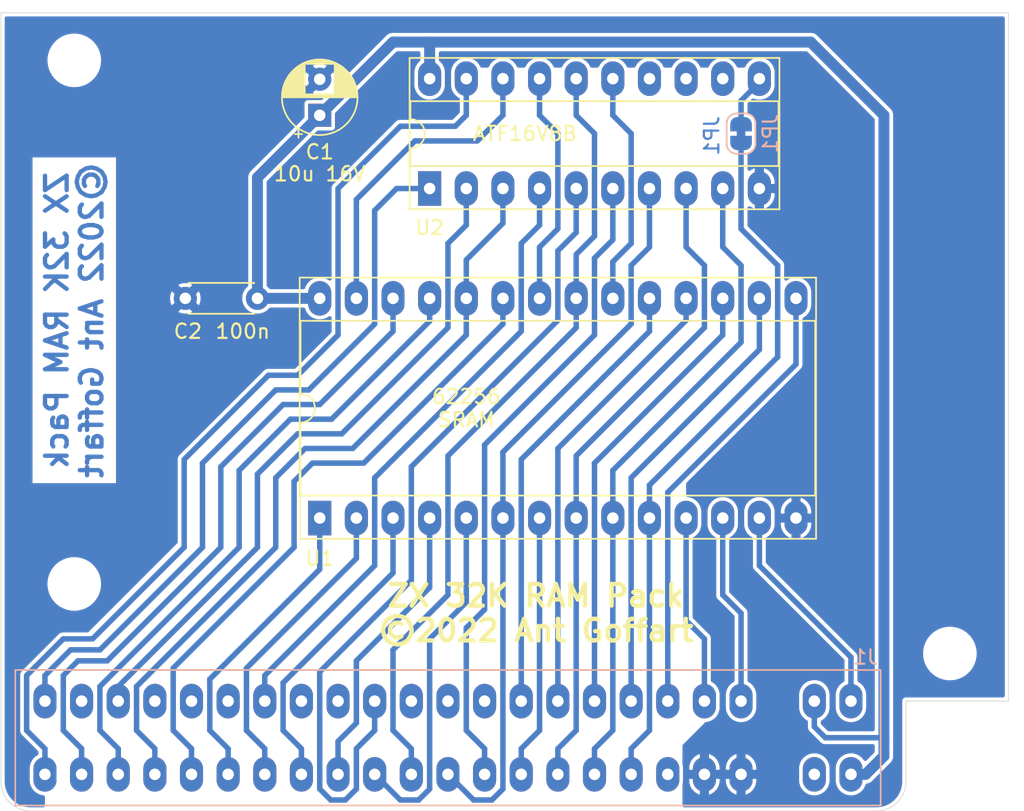
<source format=kicad_pcb>
(kicad_pcb (version 20211014) (generator pcbnew)
  (title_block (title "ZX RAM Pack V2") (date "2022-03-21") (rev "2b"))
  (layers (0 "F.Cu" signal) (31 "B.Cu" signal) (34 "B.Paste" user) (35 "F.Paste" user) (36 "B.SilkS" user "B.Silkscreen") (37 "F.SilkS" user "F.Silkscreen") (38 "B.Mask" user) (39 "F.Mask" user) (44 "Edge.Cuts" user))
  (net 0 "")
  (net 1 "GND")
  (net 2 "+5V")
  (net 3 "/~{WR}")
  (net 4 "/D2")
  (net 5 "/A13")
  (net 6 "/D1")
  (net 7 "/A8")
  (net 8 "/D0")
  (net 9 "/A9")
  (net 10 "/A0")
  (net 11 "/A11")
  (net 12 "/A1")
  (net 13 "/A2")
  (net 14 "/A10")
  (net 15 "/A3")
  (net 16 "/~{CS}")
  (net 17 "/A4")
  (net 18 "/D7")
  (net 19 "/A5")
  (net 20 "/D6")
  (net 21 "/A6")
  (net 22 "/D5")
  (net 23 "/A7")
  (net 24 "/D4")
  (net 25 "/A12")
  (net 26 "/D3")
  (net 27 "/A14")
  (net 28 "/~{MREQ}")
  (net 37 "/A15")
  (net 40 "/~{RESET}")
  (net 41 "/~{ROMCS}")
  (net 43 "unconnected-(U2-Pad12)")
  (net 45 "/~{OE}")
  (net 46 "/~{WE}")
  (net 48 "/~{RFSH}")
  (net 49 "/A0H")
  (footprint "Capacitor_THT:C_Disc_D4.3mm_W1.9mm_P5.00mm" (layer "F.Cu") (at 119.38 91.44 180)
    (fp_text reference "C2" (at 4.826 -2.286) (layer "F.SilkS"))
    (fp_text value "100n")
    (fp_line (start 4.77 1.055) (end 4.77 1.07) (layer "F.SilkS") (width 0.12))
    (fp_line (start 0.23 -1.07) (end 4.77 -1.07) (layer "F.SilkS") (width 0.12))
    (fp_line (start 0.23 1.07) (end 4.77 1.07) (layer "F.SilkS") (width 0.12))
    (fp_line (start 0.23 -1.07) (end 0.23 -1.055) (layer "F.SilkS") (width 0.12))
    (fp_line (start 4.77 -1.07) (end 4.77 -1.055) (layer "F.SilkS") (width 0.12))
    (fp_line (start 0.23 1.055) (end 0.23 1.07) (layer "F.SilkS") (width 0.12))
    (pad "1" thru_hole circle (at 0 0 180) (size 1.6 1.6) (drill 0.8) (layers *.Cu *.Mask) (net 2 "+5V"))
    (pad "2" thru_hole circle (at 5 0 180) (size 1.6 1.6) (drill 0.8) (layers *.Cu *.Mask) (net 1 "GND"))
  )
  (footprint "MountingHole:MountingHole_3.2mm_M3" (layer "F.Cu") (at 106.68 111.252)
    (fp_text reference "H2" hide)
    (fp_text value "MountingHole")
    (pad "" np_thru_hole circle locked (at 0 0) (size 3.2 3.2) (drill 3.2) (layers *.Cu *.Mask))
  )
  (footprint "MountingHole:MountingHole_3.2mm_M3" (layer "F.Cu") (at 167.386 116.078)
    (fp_text reference "H3" hide)
    (fp_text value "MountingHole")
    (pad "" np_thru_hole circle locked (at 0 0) (size 3.2 3.2) (drill 3.2) (layers *.Cu *.Mask))
  )
  (footprint "Capacitor_THT:CP_Radial_D5.0mm_P2.50mm" (layer "F.Cu") (at 123.698 78.74 90)
    (fp_text reference "C1" (at -2.54 0 180) (layer "F.SilkS"))
    (fp_text value "10u 16V")
    (fp_line (start 3.211 -1.699) (end 3.211 -1.04) (layer "F.SilkS") (width 0.12))
    (fp_line (start 2.851 -2.035) (end 2.851 -1.04) (layer "F.SilkS") (width 0.12))
    (fp_line (start 3.251 1.04) (end 3.251 1.653) (layer "F.SilkS") (width 0.12))
    (fp_line (start 2.931 1.04) (end 2.931 1.971) (layer "F.SilkS") (width 0.12))
    (fp_line (start 2.291 1.04) (end 2.291 2.365) (layer "F.SilkS") (width 0.12))
    (fp_line (start 1.41 -2.576) (end 1.41 2.576) (layer "F.SilkS") (width 0.12))
    (fp_line (start 3.011 -1.901) (end 3.011 -1.04) (layer "F.SilkS") (width 0.12))
    (fp_line (start 2.011 -2.468) (end 2.011 -1.04) (layer "F.SilkS") (width 0.12))
    (fp_line (start 2.411 -2.31) (end 2.411 -1.04) (layer "F.SilkS") (width 0.12))
    (fp_line (start 2.651 -2.175) (end 2.651 -1.04) (layer "F.SilkS") (width 0.12))
    (fp_line (start 2.731 1.04) (end 2.731 2.122) (layer "F.SilkS") (width 0.12))
    (fp_line (start 3.771 -0.677) (end 3.771 0.677) (layer "F.SilkS") (width 0.12))
    (fp_line (start 2.531 -2.247) (end 2.531 -1.04) (layer "F.SilkS") (width 0.12))
    (fp_line (start 2.771 1.04) (end 2.771 2.095) (layer "F.SilkS") (width 0.12))
    (fp_line (start 2.891 1.04) (end 2.891 2.004) (layer "F.SilkS") (width 0.12))
    (fp_line (start 2.251 1.04) (end 2.251 2.382) (layer "F.SilkS") (width 0.12))
    (fp_line (start 1.81 -2.52) (end 1.81 -1.04) (layer "F.SilkS") (width 0.12))
    (fp_line (start 1.81 1.04) (end 1.81 2.52) (layer "F.SilkS") (width 0.12))
    (fp_line (start 3.011 1.04) (end 3.011 1.901) (layer "F.SilkS") (width 0.12))
    (fp_line (start -1.554775 -1.475) (end -1.054775 -1.475) (layer "F.SilkS") (width 0.12))
    (fp_line (start 2.531 1.04) (end 2.531 2.247) (layer "F.SilkS") (width 0.12))
    (fp_line (start 2.451 1.04) (end 2.451 2.29) (layer "F.SilkS") (width 0.12))
    (fp_line (start 1.25 -2.58) (end 1.25 2.58) (layer "F.SilkS") (width 0.12))
    (fp_line (start 2.771 -2.095) (end 2.771 -1.04) (layer "F.SilkS") (width 0.12))
    (fp_line (start 3.131 -1.785) (end 3.131 -1.04) (layer "F.SilkS") (width 0.12))
    (fp_line (start 3.091 -1.826) (end 3.091 -1.04) (layer "F.SilkS") (width 0.12))
    (fp_line (start 3.251 -1.653) (end 3.251 -1.04) (layer "F.SilkS") (width 0.12))
    (fp_line (start 2.971 -1.937) (end 2.971 -1.04) (layer "F.SilkS") (width 0.12))
    (fp_line (start 3.371 1.04) (end 3.371 1.5) (layer "F.SilkS") (width 0.12))
    (fp_line (start 2.571 -2.224) (end 2.571 -1.04) (layer "F.SilkS") (width 0.12))
    (fp_line (start 3.491 1.04) (end 3.491 1.319) (layer "F.SilkS") (width 0.12))
    (fp_line (start 1.65 -2.55) (end 1.65 -1.04) (layer "F.SilkS") (width 0.12))
    (fp_line (start 1.73 1.04) (end 1.73 2.536) (layer "F.SilkS") (width 0.12))
    (fp_line (start 2.491 -2.268) (end 2.491 -1.04) (layer "F.SilkS") (width 0.12))
    (fp_line (start 2.331 1.04) (end 2.331 2.348) (layer "F.SilkS") (width 0.12))
    (fp_line (start 2.331 -2.348) (end 2.331 -1.04) (layer "F.SilkS") (width 0.12))
    (fp_line (start 3.451 -1.383) (end 3.451 -1.04) (layer "F.SilkS") (width 0.12))
    (fp_line (start 2.371 1.04) (end 2.371 2.329) (layer "F.SilkS") (width 0.12))
    (fp_line (start 1.65 1.04) (end 1.65 2.55) (layer "F.SilkS") (width 0.12))
    (fp_line (start 1.61 -2.556) (end 1.61 -1.04) (layer "F.SilkS") (width 0.12))
    (fp_line (start 2.851 1.04) (end 2.851 2.035) (layer "F.SilkS") (width 0.12))
    (fp_line (start 2.651 1.04) (end 2.651 2.175) (layer "F.SilkS") (width 0.12))
    (fp_line (start 1.77 1.04) (end 1.77 2.528) (layer "F.SilkS") (width 0.12))
    (fp_line (start 3.291 1.04) (end 3.291 1.605) (layer "F.SilkS") (width 0.12))
    (fp_line (start 1.73 -2.536) (end 1.73 -1.04) (layer "F.SilkS") (width 0.12))
    (fp_line (start 3.051 1.04) (end 3.051 1.864) (layer "F.SilkS") (width 0.12))
    (fp_line (start 2.091 1.04) (end 2.091 2.442) (layer "F.SilkS") (width 0.12))
    (fp_line (start 1.29 -2.58) (end 1.29 2.58) (layer "F.SilkS") (width 0.12))
    (fp_line (start 3.611 -1.098) (end 3.611 1.098) (layer "F.SilkS") (width 0.12))
    (fp_line (start 1.53 -2.565) (end 1.53 -1.04) (layer "F.SilkS") (width 0.12))
    (fp_line (start 2.811 -2.065) (end 2.811 -1.04) (layer "F.SilkS") (width 0.12))
    (fp_line (start 3.411 1.04) (end 3.411 1.443) (layer "F.SilkS") (width 0.12))
    (fp_line (start 2.251 -2.382) (end 2.251 -1.04) (layer "F.SilkS") (width 0.12))
    (fp_line (start 1.971 1.04) (end 1.971 2.48) (layer "F.SilkS") (width 0.12))
    (fp_line (start 3.531 1.04) (end 3.531 1.251) (layer "F.SilkS") (width 0.12))
    (fp_line (start 3.331 1.04) (end 3.331 1.554) (layer "F.SilkS") (width 0.12))
    (fp_line (start 2.891 -2.004) (end 2.891 -1.04) (layer "F.SilkS") (width 0.12))
    (fp_line (start 3.331 -1.554) (end 3.331 -1.04) (layer "F.SilkS") (width 0.12))
    (fp_line (start 2.051 -2.455) (end 2.051 -1.04) (layer "F.SilkS") (width 0.12))
    (fp_line (start 2.011 1.04) (end 2.011 2.468) (layer "F.SilkS") (width 0.12))
    (fp_line (start 1.89 -2.501) (end 1.89 -1.04) (layer "F.SilkS") (width 0.12))
    (fp_line (start 3.651 -1.011) (end 3.651 1.011) (layer "F.SilkS") (width 0.12))
    (fp_line (start 3.171 -1.743) (end 3.171 -1.04) (layer "F.SilkS") (width 0.12))
    (fp_line (start 1.49 -2.569) (end 1.49 -1.04) (layer "F.SilkS") (width 0.12))
    (fp_line (start 2.691 1.04) (end 2.691 2.149) (layer "F.SilkS") (width 0.12))
    (fp_line (start 2.691 -2.149) (end 2.691 -1.04) (layer "F.SilkS") (width 0.12))
    (fp_line (start -1.304775 -1.725) (end -1.304775 -1.225) (layer "F.SilkS") (width 0.12))
    (fp_line (start 3.131 1.04) (end 3.131 1.785) (layer "F.SilkS") (width 0.12))
    (fp_line (start 2.571 1.04) (end 2.571 2.224) (layer "F.SilkS") (width 0.12))
    (fp_line (start 1.69 1.04) (end 1.69 2.543) (layer "F.SilkS") (width 0.12))
    (fp_line (start 1.61 1.04) (end 1.61 2.556) (layer "F.SilkS") (width 0.12))
    (fp_line (start 1.85 -2.511) (end 1.85 -1.04) (layer "F.SilkS") (width 0.12))
    (fp_line (start 2.211 -2.398) (end 2.211 -1.04) (layer "F.SilkS") (width 0.12))
    (fp_line (start 3.571 -1.178) (end 3.571 1.178) (layer "F.SilkS") (width 0.12))
    (fp_line (start 3.811 -0.518) (end 3.811 0.518) (layer "F.SilkS") (width 0.12))
    (fp_line (start 3.411 -1.443) (end 3.411 -1.04) (layer "F.SilkS") (width 0.12))
    (fp_line (start 2.131 1.04) (end 2.131 2.428) (layer "F.SilkS") (width 0.12))
    (fp_line (start 1.49 1.04) (end 1.49 2.569) (layer "F.SilkS") (width 0.12))
    (fp_line (start 2.291 -2.365) (end 2.291 -1.04) (layer "F.SilkS") (width 0.12))
    (fp_line (start 3.451 1.04) (end 3.451 1.383) (layer "F.SilkS") (width 0.12))
    (fp_line (start 2.131 -2.428) (end 2.131 -1.04) (layer "F.SilkS") (width 0.12))
    (fp_line (start 1.77 -2.528) (end 1.77 -1.04) (layer "F.SilkS") (width 0.12))
    (fp_line (start 2.451 -2.29) (end 2.451 -1.04) (layer "F.SilkS") (width 0.12))
    (fp_line (start 2.731 -2.122) (end 2.731 -1.04) (layer "F.SilkS") (width 0.12))
    (fp_line (start 3.091 1.04) (end 3.091 1.826) (layer "F.SilkS") (width 0.12))
    (fp_line (start 2.411 1.04) (end 2.411 2.31) (layer "F.SilkS") (width 0.12))
    (fp_line (start 1.89 1.04) (end 1.89 2.501) (layer "F.SilkS") (width 0.12))
    (fp_line (start 2.211 1.04) (end 2.211 2.398) (layer "F.SilkS") (width 0.12))
    (fp_line (start 3.731 -0.805) (end 3.731 0.805) (layer "F.SilkS") (width 0.12))
    (fp_line (start 2.611 -2.2) (end 2.611 -1.04) (layer "F.SilkS") (width 0.12))
    (fp_line (start 2.611 1.04) (end 2.611 2.2) (layer "F.SilkS") (width 0.12))
    (fp_line (start 3.531 -1.251) (end 3.531 -1.04) (layer "F.SilkS") (width 0.12))
    (fp_line (start 2.491 1.04) (end 2.491 2.268) (layer "F.SilkS") (width 0.12))
    (fp_line (start 1.53 1.04) (end 1.53 2.565) (layer "F.SilkS") (width 0.12))
    (fp_line (start 2.371 -2.329) (end 2.371 -1.04) (layer "F.SilkS") (width 0.12))
    (fp_line (start 3.691 -0.915) (end 3.691 0.915) (layer "F.SilkS") (width 0.12))
    (fp_line (start 3.171 1.04) (end 3.171 1.743) (layer "F.SilkS") (width 0.12))
    (fp_line (start 1.93 -2.491) (end 1.93 -1.04) (layer "F.SilkS") (width 0.12))
    (fp_line (start 2.171 -2.414) (end 2.171 -1.04) (layer "F.SilkS") (width 0.12))
    (fp_line (start 3.491 -1.319) (end 3.491 -1.04) (layer "F.SilkS") (width 0.12))
    (fp_line (start 2.171 1.04) (end 2.171 2.414) (layer "F.SilkS") (width 0.12))
    (fp_line (start 3.211 1.04) (end 3.211 1.699) (layer "F.SilkS") (width 0.12))
    (fp_line (start 1.33 -2.579) (end 1.33 2.579) (layer "F.SilkS") (width 0.12))
    (fp_line (start 2.811 1.04) (end 2.811 2.065) (layer "F.SilkS") (width 0.12))
    (fp_line (start 1.971 -2.48) (end 1.971 -1.04) (layer "F.SilkS") (width 0.12))
    (fp_line (start 1.69 -2.543) (end 1.69 -1.04) (layer "F.SilkS") (width 0.12))
    (fp_line (start 2.051 1.04) (end 2.051 2.455) (layer "F.SilkS") (width 0.12))
    (fp_line (start 1.57 1.04) (end 1.57 2.561) (layer "F.SilkS") (width 0.12))
    (fp_line (start 2.091 -2.442) (end 2.091 -1.04) (layer "F.SilkS") (width 0.12))
    (fp_line (start 1.93 1.04) (end 1.93 2.491) (layer "F.SilkS") (width 0.12))
    (fp_line (start 3.851 -0.284) (end 3.851 0.284) (layer "F.SilkS") (width 0.12))
    (fp_line (start 3.291 -1.605) (end 3.291 -1.04) (layer "F.SilkS") (width 0.12))
    (fp_line (start 3.371 -1.5) (end 3.371 -1.04) (layer "F.SilkS") (width 0.12))
    (fp_line (start 2.971 1.04) (end 2.971 1.937) (layer "F.SilkS") (width 0.12))
    (fp_line (start 1.85 1.04) (end 1.85 2.511) (layer "F.SilkS") (width 0.12))
    (fp_line (start 1.57 -2.561) (end 1.57 -1.04) (layer "F.SilkS") (width 0.12))
    (fp_line (start 2.931 -1.971) (end 2.931 -1.04) (layer "F.SilkS") (width 0.12))
    (fp_line (start 1.45 -2.573) (end 1.45 2.573) (layer "F.SilkS") (width 0.12))
    (fp_line (start 3.051 -1.864) (end 3.051 -1.04) (layer "F.SilkS") (width 0.12))
    (fp_line (start 1.37 -2.578) (end 1.37 2.578) (layer "F.SilkS") (width 0.12))
    (fp_circle (center 1.25 0) (end 3.87 0) (layer "F.SilkS") (width 0.12) (fill none))
    (pad "1" thru_hole rect (at 0 0 90) (size 1.6 1.6) (drill 0.8) (layers *.Cu *.Mask) (net 2 "+5V"))
    (pad "2" thru_hole circle (at 2.5 0 90) (size 1.6 1.6) (drill 0.8) (layers *.Cu *.Mask) (net 1 "GND"))
  )
  (footprint "MountingHole:MountingHole_3.2mm_M3" (layer "F.Cu") (at 106.68 74.93)
    (fp_text reference "H1" hide)
    (fp_text value "MountingHole")
    (pad "" np_thru_hole circle locked (at 0 0) (size 3.2 3.2) (drill 3.2) (layers *.Cu *.Mask))
  )
  (footprint "Package_DIP:DIP-28_W15.24mm_Socket_LongPads" (layer "F.Cu") (at 123.698 106.68 90)
    (fp_text reference "U1" (at -2.794 0 180) (layer "F.SilkS"))
    (fp_text value "KM62256CLP")
    (fp_line (start 16.68 -1.39) (end -1.44 -1.39) (layer "F.SilkS") (width 0.12))
    (fp_line (start -1.44 -1.39) (end -1.44 34.41) (layer "F.SilkS") (width 0.12))
    (fp_line (start -1.44 34.41) (end 16.68 34.41) (layer "F.SilkS") (width 0.12))
    (fp_line (start 1.56 34.35) (end 13.68 34.35) (layer "F.SilkS") (width 0.12))
    (fp_line (start 1.56 -1.33) (end 1.56 34.35) (layer "F.SilkS") (width 0.12))
    (fp_line (start 13.68 -1.33) (end 8.62 -1.33) (layer "F.SilkS") (width 0.12))
    (fp_line (start 6.62 -1.33) (end 1.56 -1.33) (layer "F.SilkS") (width 0.12))
    (fp_line (start 16.68 34.41) (end 16.68 -1.39) (layer "F.SilkS") (width 0.12))
    (fp_line (start 13.68 34.35) (end 13.68 -1.33) (layer "F.SilkS") (width 0.12))
    (fp_arc (start 8.62 -1.33) (mid 7.62 -0.33) (end 6.62 -1.33) (layer "F.SilkS") (width 0.12))
    (pad "1" thru_hole rect (at 0 0 90) (size 2.4 1.6) (drill 0.8) (layers *.Cu *.Mask) (net 7 "/A8"))
    (pad "2" thru_hole oval (at 0 2.54 90) (size 2.4 1.6) (drill 0.8) (layers *.Cu *.Mask) (net 9 "/A9"))
    (pad "3" thru_hole oval (at 0 5.08 90) (size 2.4 1.6) (drill 0.8) (layers *.Cu *.Mask) (net 14 "/A10"))
    (pad "4" thru_hole oval (at 0 7.62 90) (size 2.4 1.6) (drill 0.8) (layers *.Cu *.Mask) (net 11 "/A11"))
    (pad "5" thru_hole oval (at 0 10.16 90) (size 2.4 1.6) (drill 0.8) (layers *.Cu *.Mask) (net 25 "/A12"))
    (pad "6" thru_hole oval (at 0 12.7 90) (size 2.4 1.6) (drill 0.8) (layers *.Cu *.Mask) (net 27 "/A14"))
    (pad "7" thru_hole oval (at 0 15.24 90) (size 2.4 1.6) (drill 0.8) (layers *.Cu *.Mask) (net 15 "/A3"))
    (pad "8" thru_hole oval (at 0 17.78 90) (size 2.4 1.6) (drill 0.8) (layers *.Cu *.Mask) (net 13 "/A2"))
    (pad "9" thru_hole oval (at 0 20.32 90) (size 2.4 1.6) (drill 0.8) (layers *.Cu *.Mask) (net 12 "/A1"))
    (pad "10" thru_hole oval (at 0 22.86 90) (size 2.4 1.6) (drill 0.8) (layers *.Cu *.Mask) (net 10 "/A0"))
    (pad "11" thru_hole oval (at 0 25.4 90) (size 2.4 1.6) (drill 0.8) (layers *.Cu *.Mask) (net 6 "/D1"))
    (pad "12" thru_hole oval (at 0 27.94 90) (size 2.4 1.6) (drill 0.8) (layers *.Cu *.Mask) (net 8 "/D0"))
    (pad "13" thru_hole oval (at 0 30.48 90) (size 2.4 1.6) (drill 0.8) (layers *.Cu *.Mask) (net 18 "/D7"))
    (pad "14" thru_hole oval (at 0 33.02 90) (size 2.4 1.6) (drill 0.8) (layers *.Cu *.Mask) (net 1 "GND"))
    (pad "15" thru_hole oval (at 15.24 33.02 90) (size 2.4 1.6) (drill 0.8) (layers *.Cu *.Mask) (net 4 "/D2"))
    (pad "16" thru_hole oval (at 15.24 30.48 90) (size 2.4 1.6) (drill 0.8) (layers *.Cu *.Mask) (net 20 "/D6"))
    (pad "17" thru_hole oval (at 15.24 27.94 90) (size 2.4 1.6) (drill 0.8) (layers *.Cu *.Mask) (net 22 "/D5"))
    (pad "18" thru_hole oval (at 15.24 25.4 90) (size 2.4 1.6) (drill 0.8) (layers *.Cu *.Mask) (net 26 "/D3"))
    (pad "19" thru_hole oval (at 15.24 22.86 90) (size 2.4 1.6) (drill 0.8) (layers *.Cu *.Mask) (net 24 "/D4"))
    (pad "20" thru_hole oval (at 15.24 20.32 90) (size 2.4 1.6) (drill 0.8) (layers *.Cu *.Mask) (net 16 "/~{CS}"))
    (pad "21" thru_hole oval (at 15.24 17.78 90) (size 2.4 1.6) (drill 0.8) (layers *.Cu *.Mask) (net 5 "/A13"))
    (pad "22" thru_hole oval (at 15.24 15.24 90) (size 2.4 1.6) (drill 0.8) (layers *.Cu *.Mask) (net 45 "/~{OE}"))
    (pad "23" thru_hole oval (at 15.24 12.7 90) (size 2.4 1.6) (drill 0.8) (layers *.Cu *.Mask) (net 23 "/A7"))
    (pad "24" thru_hole oval (at 15.24 10.16 90) (size 2.4 1.6) (drill 0.8) (layers *.Cu *.Mask) (net 21 "/A6"))
    (pad "25" thru_hole oval (at 15.24 7.62 90) (size 2.4 1.6) (drill 0.8) (layers *.Cu *.Mask) (net 19 "/A5"))
    (pad "26" thru_hole oval (at 15.24 5.08 90) (size 2.4 1.6) (drill 0.8) (layers *.Cu *.Mask) (net 17 "/A4"))
    (pad "27" thru_hole oval (at 15.24 2.54 90) (size 2.4 1.6) (drill 0.8) (layers *.Cu *.Mask) (net 46 "/~{WE}"))
    (pad "28" thru_hole oval (at 15.24 0 90) (size 2.4 1.6) (drill 0.8) (layers *.Cu *.Mask) (net 2 "+5V"))
  )
  (footprint "Package_DIP:DIP-20_W7.62mm_Socket_LongPads" (layer "F.Cu") (at 131.318 83.82 90)
    (fp_text reference "U2" (at -2.72 0 180) (layer "F.SilkS"))
    (fp_text value "ATF16V8B")
    (fp_line (start 2.81 -1.33) (end 1.56 -1.33) (layer "F.SilkS") (width 0.12))
    (fp_line (start 1.56 24.19) (end 6.06 24.19) (layer "F.SilkS") (width 0.12))
    (fp_line (start -1.44 -1.39) (end -1.44 24.25) (layer "F.SilkS") (width 0.12))
    (fp_line (start 9.06 24.25) (end 9.06 -1.39) (layer "F.SilkS") (width 0.12))
    (fp_line (start -1.44 24.25) (end 9.06 24.25) (layer "F.SilkS") (width 0.12))
    (fp_line (start 1.56 -1.33) (end 1.56 24.19) (layer "F.SilkS") (width 0.12))
    (fp_line (start 6.06 -1.33) (end 4.81 -1.33) (layer "F.SilkS") (width 0.12))
    (fp_line (start 6.06 24.19) (end 6.06 -1.33) (layer "F.SilkS") (width 0.12))
    (fp_line (start 9.06 -1.39) (end -1.44 -1.39) (layer "F.SilkS") (width 0.12))
    (fp_arc (start 4.81 -1.33) (mid 3.81 -0.33) (end 2.81 -1.33) (layer "F.SilkS") (width 0.12))
    (pad "1" thru_hole rect (at 0 0 90) (size 2.4 1.6) (drill 0.8) (layers *.Cu *.Mask) (net 48 "/~{RFSH}"))
    (pad "2" thru_hole oval (at 0 2.54 90) (size 2.4 1.6) (drill 0.8) (layers *.Cu *.Mask) (net 40 "/~{RESET}"))
    (pad "3" thru_hole oval (at 0 5.08 90) (size 2.4 1.6) (drill 0.8) (layers *.Cu *.Mask) (net 21 "/A6"))
    (pad "4" thru_hole oval (at 0 7.62 90) (size 2.4 1.6) (drill 0.8) (layers *.Cu *.Mask) (net 3 "/~{WR}"))
    (pad "5" thru_hole oval (at 0 10.16 90) (size 2.4 1.6) (drill 0.8) (layers *.Cu *.Mask) (net 28 "/~{MREQ}"))
    (pad "6" thru_hole oval (at 0 12.7 90) (size 2.4 1.6) (drill 0.8) (layers *.Cu *.Mask) (net 37 "/A15"))
    (pad "7" thru_hole oval (at 0 15.24 90) (size 2.4 1.6) (drill 0.8) (layers *.Cu *.Mask) (net 27 "/A14"))
    (pad "8" thru_hole oval (at 0 17.78 90) (size 2.4 1.6) (drill 0.8) (layers *.Cu *.Mask) (net 13 "/A2"))
    (pad "9" thru_hole oval (at 0 20.32 90) (size 2.4 1.6) (drill 0.8) (layers *.Cu *.Mask) (net 12 "/A1"))
    (pad "10" thru_hole oval (at 0 22.86 90) (size 2.4 1.6) (drill 0.8) (layers *.Cu *.Mask) (net 1 "GND"))
    (pad "11" thru_hole oval (at 7.62 22.86 90) (size 2.4 1.6) (drill 0.8) (layers *.Cu *.Mask) (net 49 "/A0H"))
    (pad "12" thru_hole oval (at 7.62 20.32 90) (size 2.4 1.6) (drill 0.8) (layers *.Cu *.Mask) (net 43 "unconnected-(U2-Pad12)"))
    (pad "13" thru_hole oval (at 7.62 17.78 90) (size 2.4 1.6) (drill 0.8) (layers *.Cu *.Mask))
    (pad "14" thru_hole oval (at 7.62 15.24 90) (size 2.4 1.6) (drill 0.8) (layers *.Cu *.Mask))
    (pad "15" thru_hole oval (at 7.62 12.7 90) (size 2.4 1.6) (drill 0.8) (layers *.Cu *.Mask) (net 16 "/~{CS}"))
    (pad "16" thru_hole oval (at 7.62 10.16 90) (size 2.4 1.6) (drill 0.8) (layers *.Cu *.Mask) (net 5 "/A13"))
    (pad "17" thru_hole oval (at 7.62 7.62 90) (size 2.4 1.6) (drill 0.8) (layers *.Cu *.Mask) (net 45 "/~{OE}"))
    (pad "18" thru_hole oval (at 7.62 5.08 90) (size 2.4 1.6) (drill 0.8) (layers *.Cu *.Mask) (net 46 "/~{WE}"))
    (pad "19" thru_hole oval (at 7.62 2.54 90) (size 2.4 1.6) (drill 0.8) (layers *.Cu *.Mask) (net 41 "/~{ROMCS}"))
    (pad "20" thru_hole oval (at 7.62 0 90) (size 2.4 1.6) (drill 0.8) (layers *.Cu *.Mask) (net 2 "+5V"))
  )
  (footprint "AmberTronic:Connector_ZX80_ZX80_Card_Edge_2x24" (layer "B.Cu") (at 132.588 121.92 180)
    (fp_text reference "J1" (at -28.956 5.588 180) (layer "B.SilkS") (effects (justify mirror)))
    (fp_text value "Conn_02x23_Row_Letter_First")
    (fp_line (start 30 -4.7) (end 30 4.7) (layer "B.SilkS") (width 0.12))
    (fp_line (start 30 4.7) (end -30 4.7) (layer "B.SilkS") (width 0.12))
    (fp_line (start -30 4.7) (end -30 -4.7) (layer "B.SilkS") (width 0.12))
    (fp_line (start -30 -4.7) (end 30 -4.7) (layer "B.SilkS") (width 0.12))
    (pad "a1" thru_hole oval locked (at -27.94 2.54 180) (size 1.6 2.4) (drill 0.8) (layers *.Cu *.Mask) (net 18 "/D7"))
    (pad "a2" thru_hole oval locked (at -25.4 2.54 180) (size 1.6 2.4) (drill 0.8) (layers *.Cu *.Mask) (net 2 "+5V"))
    (pad "a4" thru_hole oval locked (at -20.32 2.54 180) (size 1.6 2.4) (drill 0.8) (layers *.Cu *.Mask) (net 8 "/D0"))
    (pad "a5" thru_hole oval locked (at -17.78 2.54 180) (size 1.6 2.4) (drill 0.8) (layers *.Cu *.Mask) (net 6 "/D1"))
    (pad "a6" thru_hole oval locked (at -15.24 2.54 180) (size 1.6 2.4) (drill 0.8) (layers *.Cu *.Mask) (net 4 "/D2"))
    (pad "a7" thru_hole oval locked (at -12.7 2.54 180) (size 1.6 2.4) (drill 0.8) (layers *.Cu *.Mask) (net 20 "/D6"))
    (pad "a8" thru_hole oval locked (at -10.16 2.54 180) (size 1.6 2.4) (drill 0.8) (layers *.Cu *.Mask) (net 22 "/D5"))
    (pad "a9" thru_hole oval locked (at -7.62 2.54 180) (size 1.6 2.4) (drill 0.8) (layers *.Cu *.Mask) (net 26 "/D3"))
    (pad "a10" thru_hole oval locked (at -5.08 2.54 180) (size 1.6 2.4) (drill 0.8) (layers *.Cu *.Mask) (net 24 "/D4"))
    (pad "a11" thru_hole oval locked (at -2.54 2.54 180) (size 1.6 2.4) (drill 0.8) (layers *.Cu *.Mask))
    (pad "a12" thru_hole oval locked (at 0 2.54 180) (size 1.6 2.4) (drill 0.8) (layers *.Cu *.Mask))
    (pad "a13" thru_hole oval locked (at 2.54 2.54 180) (size 1.6 2.4) (drill 0.8) (layers *.Cu *.Mask))
    (pad "a14" thru_hole oval locked (at 5.08 2.54 180) (size 1.6 2.4) (drill 0.8) (layers *.Cu *.Mask) (net 28 "/~{MREQ}"))
    (pad "a15" thru_hole oval locked (at 7.62 2.54 180) (size 1.6 2.4) (drill 0.8) (layers *.Cu *.Mask))
    (pad "a16" thru_hole oval locked (at 10.16 2.54 180) (size 1.6 2.4) (drill 0.8) (layers *.Cu *.Mask))
    (pad "a17" thru_hole oval locked (at 12.7 2.54 180) (size 1.6 2.4) (drill 0.8) (layers *.Cu *.Mask) (net 3 "/~{WR}"))
    (pad "a18" thru_hole oval locked (at 15.24 2.54 180) (size 1.6 2.4) (drill 0.8) (layers *.Cu *.Mask))
    (pad "a19" thru_hole oval locked (at 17.78 2.54 180) (size 1.6 2.4) (drill 0.8) (layers *.Cu *.Mask))
    (pad "a20" thru_hole oval locked (at 20.32 2.54 180) (size 1.6 2.4) (drill 0.8) (layers *.Cu *.Mask))
    (pad "a21" thru_hole oval locked (at 22.86 2.54 180) (size 1.6 2.4) (drill 0.8) (layers *.Cu *.Mask) (net 40 "/~{RESET}"))
    (pad "a22" thru_hole oval locked (at 25.4 2.54 180) (size 1.6 2.4) (drill 0.8) (layers *.Cu *.Mask))
    (pad "a23" thru_hole oval locked (at 27.94 2.54 180) (size 1.6 2.4) (drill 0.8) (layers *.Cu *.Mask) (net 48 "/~{RFSH}"))
    (pad "b1" thru_hole oval locked (at -27.94 -2.54 180) (size 1.6 2.4) (drill 0.8) (layers *.Cu *.Mask) (net 2 "+5V"))
    (pad "b2" thru_hole oval locked (at -25.4 -2.54 180) (size 1.6 2.4) (drill 0.8) (layers *.Cu *.Mask))
    (pad "b4" thru_hole oval locked (at -20.32 -2.54 180) (size 1.6 2.4) (drill 0.8) (layers *.Cu *.Mask) (net 1 "GND"))
    (pad "b5" thru_hole oval locked (at -17.78 -2.54 180) (size 1.6 2.4) (drill 0.8) (layers *.Cu *.Mask) (net 1 "GND"))
    (pad "b6" thru_hole oval locked (at -15.24 -2.54 180) (size 1.6 2.4) (drill 0.8) (layers *.Cu *.Mask))
    (pad "b7" thru_hole oval locked (at -12.7 -2.54 180) (size 1.6 2.4) (drill 0.8) (layers *.Cu *.Mask) (net 10 "/A0"))
    (pad "b8" thru_hole oval locked (at -10.16 -2.54 180) (size 1.6 2.4) (drill 0.8) (layers *.Cu *.Mask) (net 12 "/A1"))
    (pad "b9" thru_hole oval locked (at -7.62 -2.54 180) (size 1.6 2.4) (drill 0.8) (layers *.Cu *.Mask) (net 13 "/A2"))
    (pad "b10" thru_hole oval locked (at -5.08 -2.54 180) (size 1.6 2.4) (drill 0.8) (layers *.Cu *.Mask) (net 15 "/A3"))
    (pad "b11" thru_hole oval locked (at -2.54 -2.54 180) (size 1.6 2.4) (drill 0.8) (layers *.Cu *.Mask) (net 37 "/A15"))
    (pad "b12" thru_hole oval locked (at 0 -2.54 180) (size 1.6 2.4) (drill 0.8) (layers *.Cu *.Mask) (net 27 "/A14"))
    (pad "b13" thru_hole oval locked (at 2.54 -2.54 180) (size 1.6 2.4) (drill 0.8) (layers *.Cu *.Mask) (net 5 "/A13"))
    (pad "b14" thru_hole oval locked (at 5.08 -2.54 180) (size 1.6 2.4) (drill 0.8) (layers *.Cu *.Mask) (net 25 "/A12"))
    (pad "b15" thru_hole oval locked (at 7.62 -2.54 180) (size 1.6 2.4) (drill 0.8) (layers *.Cu *.Mask) (net 11 "/A11"))
    (pad "b16" thru_hole oval locked (at 10.16 -2.54 180) (size 1.6 2.4) (drill 0.8) (layers *.Cu *.Mask) (net 14 "/A10"))
    (pad "b17" thru_hole oval locked (at 12.7 -2.54 180) (size 1.6 2.4) (drill 0.8) (layers *.Cu *.Mask) (net 9 "/A9"))
    (pad "b18" thru_hole oval locked (at 15.24 -2.54 180) (size 1.6 2.4) (drill 0.8) (layers *.Cu *.Mask) (net 7 "/A8"))
    (pad "b19" thru_hole oval locked (at 17.78 -2.54 180) (size 1.6 2.4) (drill 0.8) (layers *.Cu *.Mask) (net 23 "/A7"))
    (pad "b20" thru_hole oval locked (at 20.32 -2.54 180) (size 1.6 2.4) (drill 0.8) (layers *.Cu *.Mask) (net 21 "/A6"))
    (pad "b21" thru_hole oval locked (at 22.86 -2.54 180) (size 1.6 2.4) (drill 0.8) (layers *.Cu *.Mask) (net 19 "/A5"))
    (pad "b22" thru_hole oval locked (at 25.4 -2.54 180) (size 1.6 2.4) (drill 0.8) (layers *.Cu *.Mask) (net 17 "/A4"))
    (pad "b23" thru_hole oval locked (at 27.94 -2.54 180) (size 1.6 2.4) (drill 0.8) (layers *.Cu *.Mask) (net 41 "/~{ROMCS}"))
  )
  (footprint "Jumper:SolderJumper-2_P1.3mm_Bridged_RoundedPad1.0x1.5mm" (layer "B.Cu") (at 152.908 80.01 90)
    (fp_text reference "JP1" (at 0 2.032 270) (layer "B.SilkS") (effects (justify mirror)))
    (fp_text value "SolderJumper_2_Bridged")
    (fp_poly (pts (xy 0.25 0.3) (xy -0.25 0.3) (xy -0.25 -0.3) (xy 0.25 -0.3)) (layer "B.Cu") (width 0) (fill solid))
    (fp_line (start 1.4 0.3) (end 1.4 -0.3) (layer "B.SilkS") (width 0.12))
    (fp_line (start 0.7 -1) (end -0.7 -1) (layer "B.SilkS") (width 0.12))
    (fp_line (start -0.7 1) (end 0.7 1) (layer "B.SilkS") (width 0.12))
    (fp_line (start -1.4 -0.3) (end -1.4 0.3) (layer "B.SilkS") (width 0.12))
    (fp_arc (start 0.7 -1) (mid 1.194975 -0.794975) (end 1.4 -0.3) (layer "B.SilkS") (width 0.12))
    (fp_arc (start 1.4 0.3) (mid 1.194975 0.794975) (end 0.7 1) (layer "B.SilkS") (width 0.12))
    (fp_arc (start -1.4 -0.3) (mid -1.194975 -0.794975) (end -0.7 -1) (layer "B.SilkS") (width 0.12))
    (fp_arc (start -0.7 1) (mid -1.194975 0.794975) (end -1.4 0.3) (layer "B.SilkS") (width 0.12))
    (pad "1" smd custom (at -0.65 0 90) (size 1 0.5) (layers "B.Cu" "B.Mask") (net 10 "/A0") (options (clearance outline) (anchor rect)) (primitives (gr_circle (center 0 -0.25) (end 0.5 -0.25) (width 0) (fill yes)) (gr_circle (center 0 0.25) (end 0.5 0.25) (width 0) (fill yes)) (gr_poly (pts (xy 0.5 -0.75) (xy 0 -0.75) (xy 0 0.75) (xy 0.5 0.75)) (width 0) (fill yes))))
    (pad "2" smd custom (at 0.65 0 90) (size 1 0.5) (layers "B.Cu" "B.Mask") (net 49 "/A0H") (options (clearance outline) (anchor rect)) (primitives (gr_circle (center 0 -0.25) (end 0.5 -0.25) (width 0) (fill yes)) (gr_circle (center 0 0.25) (end 0.5 0.25) (width 0) (fill yes)) (gr_poly (pts (xy 0 -0.75) (xy -0.5 -0.75) (xy -0.5 0.75) (xy 0 0.75)) (width 0) (fill yes))))
  )
  (gr_line (start 101.6 124.968) (end 101.6 71.628) (layer "Edge.Cuts") (width 0.05))
  (gr_line (start 101.6 71.628) (end 171.45 71.628) (layer "Edge.Cuts") (width 0.05))
  (gr_arc (start 103.632 127) (mid 102.195159 126.404841) (end 101.6 124.968) (layer "Edge.Cuts") (width 0.05))
  (gr_line (start 162.306 127) (end 103.632 127) (layer "Edge.Cuts") (width 0.05))
  (gr_line (start 171.45 71.628) (end 171.45 119.38) (layer "Edge.Cuts") (width 0.05))
  (gr_arc (start 164.338 124.968) (mid 163.742841 126.404841) (end 162.306 127) (layer "Edge.Cuts") (width 0.05))
  (gr_line (start 171.45 119.38) (end 164.338 119.38) (layer "Edge.Cuts") (width 0.05))
  (gr_line (start 164.338 119.38) (end 164.338 124.968) (layer "Edge.Cuts") (width 0.05))
  (gr_text "JP1" (at 150.876 80.16 90) (layer "B.Cu") (effects (font (size 1 1)) (justify mirror)))
  (gr_text "ZX 32K RAM Pack\n©2022 Ant Goffart" (at 106.68 92.964 90) (layer "B.Cu") (effects (font (size 1.5 1.5) (thickness 0.3)) (justify mirror)))
  (gr_text "ATF16V8B" (at 137.922 80.01) (layer "F.SilkS") (effects (font (size 1 1))))
  (gr_text "ZX 32K RAM Pack\n©2022 Ant Goffart" (at 138.684 113.284) (layer "F.SilkS") (effects (font (size 1.5 1.5) (thickness 0.3))))
  (gr_text "100n" (at 118.364 93.726) (layer "F.SilkS") (effects (font (size 1 1))))
  (gr_text "62256\nSRAM" (at 133.858 99.06) (layer "F.SilkS") (effects (font (size 1 1))))
  (gr_text "10u 16V" (at 123.698 82.804) (layer "F.SilkS") (effects (font (size 1 1))))
  (segment (start 123.698 78.74) (end 128.778 73.66) (width 0.762) (layer "B.Cu") (net 2))
  (segment (start 158.75 121.92) (end 162.814 121.92) (width 0.381) (layer "B.Cu") (net 2))
  (segment (start 162.814 123.19) (end 162.814 121.92) (width 0.762) (layer "B.Cu") (net 2))
  (segment (start 157.988 119.38) (end 157.988 121.158) (width 0.381) (layer "B.Cu") (net 2))
  (segment (start 128.778 73.66) (end 157.734 73.66) (width 0.762) (layer "B.Cu") (net 2))
  (segment (start 131.318 76.274) (end 131.318 73.66) (width 0.762) (layer "B.Cu") (net 2))
  (segment (start 123.698 78.74) (end 119.38 83.058) (width 0.762) (layer "B.Cu") (net 2))
  (segment (start 157.734 73.66) (end 162.814 78.74) (width 0.762) (layer "B.Cu") (net 2))
  (segment (start 157.988 121.158) (end 158.75 121.92) (width 0.381) (layer "B.Cu") (net 2))
  (segment (start 119.38 91.44) (end 123.698 91.44) (width 0.762) (layer "B.Cu") (net 2))
  (segment (start 161.544 124.46) (end 162.814 123.19) (width 0.762) (layer "B.Cu") (net 2))
  (segment (start 160.528 124.46) (end 161.544 124.46) (width 0.762) (layer "B.Cu") (net 2))
  (segment (start 119.38 83.058) (end 119.38 91.44) (width 0.762) (layer "B.Cu") (net 2))
  (segment (start 162.814 78.74) (end 162.814 121.92) (width 0.762) (layer "B.Cu") (net 2))
  (segment (start 119.888 117.602) (end 127.508 109.982) (width 0.381) (layer "B.Cu") (net 3))
  (segment (start 127.508 109.982) (end 127.508 103.886) (width 0.381) (layer "B.Cu") (net 3))
  (segment (start 119.888 119.38) (end 119.888 117.602) (width 0.381) (layer "B.Cu") (net 3))
  (segment (start 137.668 93.726) (end 137.668 87.63) (width 0.381) (layer "B.Cu") (net 3))
  (segment (start 127.508 103.886) (end 137.668 93.726) (width 0.381) (layer "B.Cu") (net 3))
  (segment (start 138.938 86.36) (end 138.938 83.894) (width 0.381) (layer "B.Cu") (net 3))
  (segment (start 137.668 87.63) (end 138.938 86.36) (width 0.381) (layer "B.Cu") (net 3))
  (segment (start 156.718 96.012) (end 156.718 91.44) (width 0.381) (layer "B.Cu") (net 4))
  (segment (start 147.828 119.38) (end 147.828 104.902) (width 0.381) (layer "B.Cu") (net 4))
  (segment (start 147.828 104.902) (end 156.718 96.012) (width 0.381) (layer "B.Cu") (net 4))
  (segment (start 130.048 122.682) (end 128.778 121.412) (width 0.381) (layer "B.Cu") (net 5))
  (segment (start 128.778 115.824) (end 132.588 112.014) (width 0.381) (layer "B.Cu") (net 5))
  (segment (start 141.478 88.392) (end 142.748 87.122) (width 0.381) (layer "B.Cu") (net 5))
  (segment (start 142.748 80.01) (end 141.478 78.74) (width 0.381) (layer "B.Cu") (net 5))
  (segment (start 132.588 112.014) (end 132.588 102.362) (width 0.381) (layer "B.Cu") (net 5))
  (segment (start 128.778 121.412) (end 128.778 115.824) (width 0.381) (layer "B.Cu") (net 5))
  (segment (start 141.478 78.74) (end 141.478 76.2) (width 0.381) (layer "B.Cu") (net 5))
  (segment (start 141.478 93.472) (end 141.478 91.44) (width 0.381) (layer "B.Cu") (net 5))
  (segment (start 132.588 102.362) (end 141.478 93.472) (width 0.381) (layer "B.Cu") (net 5))
  (segment (start 130.048 124.46) (end 130.048 122.682) (width 0.381) (layer "B.Cu") (net 5))
  (segment (start 141.478 91.44) (end 141.478 88.392) (width 0.381) (layer "B.Cu") (net 5))
  (segment (start 142.748 87.122) (end 142.748 80.01) (width 0.381) (layer "B.Cu") (net 5))
  (segment (start 150.368 119.38) (end 150.368 115.062) (width 0.381) (layer "B.Cu") (net 6))
  (segment (start 150.368 115.062) (end 149.098 113.792) (width 0.381) (layer "B.Cu") (net 6))
  (segment (start 149.098 113.792) (end 149.098 106.68) (width 0.381) (layer "B.Cu") (net 6))
  (segment (start 117.348 124.46) (end 117.348 122.682) (width 0.381) (layer "B.Cu") (net 7))
  (segment (start 123.698 110.236) (end 123.698 106.68) (width 0.381) (layer "B.Cu") (net 7))
  (segment (start 117.348 122.682) (end 116.078 121.412) (width 0.381) (layer "B.Cu") (net 7))
  (segment (start 116.078 117.856) (end 123.698 110.236) (width 0.381) (layer "B.Cu") (net 7))
  (segment (start 116.078 121.412) (end 116.078 117.856) (width 0.381) (layer "B.Cu") (net 7))
  (segment (start 151.638 112.014) (end 151.638 106.68) (width 0.381) (layer "B.Cu") (net 8))
  (segment (start 152.908 113.284) (end 151.638 112.014) (width 0.381) (layer "B.Cu") (net 8))
  (segment (start 152.908 119.38) (end 152.908 113.284) (width 0.381) (layer "B.Cu") (net 8))
  (segment (start 118.618 117.094) (end 126.238 109.474) (width 0.381) (layer "B.Cu") (net 9))
  (segment (start 118.618 121.412) (end 118.618 117.094) (width 0.381) (layer "B.Cu") (net 9))
  (segment (start 126.238 109.474) (end 126.238 106.68) (width 0.381) (layer "B.Cu") (net 9))
  (segment (start 119.888 124.46) (end 119.888 122.682) (width 0.381) (layer "B.Cu") (net 9))
  (segment (start 119.888 122.682) (end 118.618 121.412) (width 0.381) (layer "B.Cu") (net 9))
  (segment (start 152.908 86.614) (end 152.908 80.66) (width 0.381) (layer "B.Cu") (net 10))
  (segment (start 145.288 122.682) (end 146.558 121.412) (width 0.381) (layer "B.Cu") (net 10))
  (segment (start 146.558 106.68) (end 146.558 104.394) (width 0.381) (layer "B.Cu") (net 10))
  (segment (start 146.558 121.412) (end 146.558 106.68) (width 0.381) (layer "B.Cu") (net 10))
  (segment (start 155.448 95.504) (end 155.448 89.154) (width 0.381) (layer "B.Cu") (net 10))
  (segment (start 145.288 124.46) (end 145.288 122.682) (width 0.381) (layer "B.Cu") (net 10))
  (segment (start 155.448 89.154) (end 152.908 86.614) (width 0.381) (layer "B.Cu") (net 10))
  (segment (start 146.558 104.394) (end 155.448 95.504) (width 0.381) (layer "B.Cu") (net 10))
  (segment (start 124.968 122.174) (end 126.238 120.904) (width 0.381) (layer "B.Cu") (net 11))
  (segment (start 126.238 116.586) (end 131.318 111.506) (width 0.381) (layer "B.Cu") (net 11))
  (segment (start 124.968 124.46) (end 124.968 122.174) (width 0.381) (layer "B.Cu") (net 11))
  (segment (start 126.238 120.904) (end 126.238 116.586) (width 0.381) (layer "B.Cu") (net 11))
  (segment (start 131.318 111.506) (end 131.318 106.68) (width 0.381) (layer "B.Cu") (net 11))
  (segment (start 152.908 94.488) (end 152.908 89.154) (width 0.381) (layer "B.Cu") (net 12))
  (segment (start 152.908 89.154) (end 151.638 87.884) (width 0.381) (layer "B.Cu") (net 12))
  (segment (start 142.748 122.682) (end 144.018 121.412) (width 0.381) (layer "B.Cu") (net 12))
  (segment (start 142.748 124.46) (end 142.748 122.682) (width 0.381) (layer "B.Cu") (net 12))
  (segment (start 144.018 103.378) (end 152.908 94.488) (width 0.381) (layer "B.Cu") (net 12))
  (segment (start 144.018 121.412) (end 144.018 106.68) (width 0.381) (layer "B.Cu") (net 12))
  (segment (start 151.638 87.884) (end 151.638 83.82) (width 0.381) (layer "B.Cu") (net 12))
  (segment (start 144.018 106.68) (end 144.018 103.378) (width 0.381) (layer "B.Cu") (net 12))
  (segment (start 149.098 87.884) (end 149.098 83.82) (width 0.381) (layer "B.Cu") (net 13))
  (segment (start 140.208 124.46) (end 140.208 122.682) (width 0.381) (layer "B.Cu") (net 13))
  (segment (start 150.368 93.472) (end 150.368 89.154) (width 0.381) (layer "B.Cu") (net 13))
  (segment (start 141.478 102.362) (end 150.368 93.472) (width 0.381) (layer "B.Cu") (net 13))
  (segment (start 141.478 106.68) (end 141.478 102.362) (width 0.381) (layer "B.Cu") (net 13))
  (segment (start 141.478 121.412) (end 141.478 106.68) (width 0.381) (layer "B.Cu") (net 13))
  (segment (start 140.208 122.682) (end 141.478 121.412) (width 0.381) (layer "B.Cu") (net 13))
  (segment (start 150.368 89.154) (end 149.098 87.884) (width 0.381) (layer "B.Cu") (net 13))
  (segment (start 122.428 124.46) (end 122.428 122.682) (width 0.381) (layer "B.Cu") (net 14))
  (segment (start 128.778 110.49) (end 128.778 106.68) (width 0.381) (layer "B.Cu") (net 14))
  (segment (start 121.158 118.11) (end 128.778 110.49) (width 0.381) (layer "B.Cu") (net 14))
  (segment (start 121.158 121.412) (end 121.158 118.11) (width 0.381) (layer "B.Cu") (net 14))
  (segment (start 122.428 122.682) (end 121.158 121.412) (width 0.381) (layer "B.Cu") (net 14))
  (segment (start 137.668 122.682) (end 138.938 121.412) (width 0.381) (layer "B.Cu") (net 15))
  (segment (start 137.668 124.46) (end 137.668 122.682) (width 0.381) (layer "B.Cu") (net 15))
  (segment (start 138.938 121.412) (end 138.938 106.68) (width 0.381) (layer "B.Cu") (net 15))
  (segment (start 145.288 87.63) (end 145.288 80.01) (width 0.381) (layer "B.Cu") (net 16))
  (segment (start 144.018 78.74) (end 144.018 76.2) (width 0.381) (layer "B.Cu") (net 16))
  (segment (start 144.018 88.9) (end 145.288 87.63) (width 0.381) (layer "B.Cu") (net 16))
  (segment (start 145.288 80.01) (end 144.018 78.74) (width 0.381) (layer "B.Cu") (net 16))
  (segment (start 144.018 91.44) (end 144.018 88.9) (width 0.381) (layer "B.Cu") (net 16))
  (segment (start 108.966 116.586) (end 116.84 108.712) (width 0.381) (layer "B.Cu") (net 17))
  (segment (start 116.84 108.712) (end 116.84 103.124) (width 0.381) (layer "B.Cu") (net 17))
  (segment (start 116.84 103.124) (end 121.158 98.806) (width 0.381) (layer "B.Cu") (net 17))
  (segment (start 107.188 122.682) (end 105.918 121.412) (width 0.381) (layer "B.Cu") (net 17))
  (segment (start 106.934 116.586) (end 108.966 116.586) (width 0.381) (layer "B.Cu") (net 17))
  (segment (start 123.698 98.806) (end 128.778 93.726) (width 0.381) (layer "B.Cu") (net 17))
  (segment (start 128.778 93.726) (end 128.778 91.44) (width 0.381) (layer "B.Cu") (net 17))
  (segment (start 105.918 117.602) (end 106.934 116.586) (width 0.381) (layer "B.Cu") (net 17))
  (segment (start 105.918 121.412) (end 105.918 117.602) (width 0.381) (layer "B.Cu") (net 17))
  (segment (start 107.188 124.46) (end 107.188 122.682) (width 0.381) (layer "B.Cu") (net 17))
  (segment (start 121.158 98.806) (end 123.698 98.806) (width 0.381) (layer "B.Cu") (net 17))
  (segment (start 154.178 109.982) (end 154.178 106.68) (width 0.381) (layer "B.Cu") (net 18))
  (segment (start 160.528 119.38) (end 160.528 116.332) (width 0.381) (layer "B.Cu") (net 18))
  (segment (start 160.528 116.332) (end 154.178 109.982) (width 0.381) (layer "B.Cu") (net 18))
  (segment (start 108.458 121.412) (end 108.458 118.364) (width 0.381) (layer "B.Cu") (net 19))
  (segment (start 121.666 99.822) (end 124.517 99.822) (width 0.381) (layer "B.Cu") (net 19))
  (segment (start 124.517 99.822) (end 131.318 93.021) (width 0.381) (layer "B.Cu") (net 19))
  (segment (start 131.318 93.021) (end 131.318 91.44) (width 0.381) (layer "B.Cu") (net 19))
  (segment (start 109.728 124.46) (end 109.728 122.682) (width 0.381) (layer "B.Cu") (net 19))
  (segment (start 109.728 122.682) (end 108.458 121.412) (width 0.381) (layer "B.Cu") (net 19))
  (segment (start 118.11 103.378) (end 121.666 99.822) (width 0.381) (layer "B.Cu") (net 19))
  (segment (start 118.11 108.712) (end 118.11 103.378) (width 0.381) (layer "B.Cu") (net 19))
  (segment (start 108.458 118.364) (end 118.11 108.712) (width 0.381) (layer "B.Cu") (net 19))
  (segment (start 145.288 119.38) (end 145.288 103.886) (width 0.381) (layer "B.Cu") (net 20))
  (segment (start 145.288 103.886) (end 154.178 94.996) (width 0.381) (layer "B.Cu") (net 20))
  (segment (start 154.178 94.996) (end 154.178 91.44) (width 0.381) (layer "B.Cu") (net 20))
  (segment (start 112.268 124.46) (end 112.268 122.682) (width 0.381) (layer "B.Cu") (net 21))
  (segment (start 125.984 101.854) (end 133.858 93.98) (width 0.381) (layer "B.Cu") (net 21))
  (segment (start 133.858 88.773) (end 136.398 86.233) (width 0.381) (layer "B.Cu") (net 21))
  (segment (start 136.398 86.233) (end 136.398 83.82) (width 0.381) (layer "B.Cu") (net 21))
  (segment (start 122.682 101.854) (end 125.984 101.854) (width 0.381) (layer "B.Cu") (net 21))
  (segment (start 120.65 108.712) (end 120.65 103.886) (width 0.381) (layer "B.Cu") (net 21))
  (segment (start 133.858 91.44) (end 133.858 88.773) (width 0.381) (layer "B.Cu") (net 21))
  (segment (start 120.65 103.886) (end 122.682 101.854) (width 0.381) (layer "B.Cu") (net 21))
  (segment (start 112.268 122.682) (end 110.998 121.412) (width 0.381) (layer "B.Cu") (net 21))
  (segment (start 110.998 121.412) (end 110.998 118.364) (width 0.381) (layer "B.Cu") (net 21))
  (segment (start 133.858 93.98) (end 133.858 91.44) (width 0.381) (layer "B.Cu") (net 21))
  (segment (start 110.998 118.364) (end 120.65 108.712) (width 0.381) (layer "B.Cu") (net 21))
  (segment (start 151.638 93.98) (end 151.638 91.44) (width 0.381) (layer "B.Cu") (net 22))
  (segment (start 142.748 102.87) (end 151.638 93.98) (width 0.381) (layer "B.Cu") (net 22))
  (segment (start 142.748 119.38) (end 142.748 102.87) (width 0.381) (layer "B.Cu") (net 22))
  (segment (start 123.19 102.87) (end 126.746 102.87) (width 0.381) (layer "B.Cu") (net 23))
  (segment (start 113.538 121.412) (end 113.538 117.094) (width 0.381) (layer "B.Cu") (net 23))
  (segment (start 126.746 102.87) (end 136.398 93.218) (width 0.381) (layer "B.Cu") (net 23))
  (segment (start 114.808 122.682) (end 113.538 121.412) (width 0.381) (layer "B.Cu") (net 23))
  (segment (start 114.808 124.46) (end 114.808 122.682) (width 0.381) (layer "B.Cu") (net 23))
  (segment (start 136.398 93.218) (end 136.398 91.44) (width 0.381) (layer "B.Cu") (net 23))
  (segment (start 113.538 117.094) (end 121.92 108.712) (width 0.381) (layer "B.Cu") (net 23))
  (segment (start 121.92 104.14) (end 123.19 102.87) (width 0.381) (layer "B.Cu") (net 23))
  (segment (start 121.92 108.712) (end 121.92 104.14) (width 0.381) (layer "B.Cu") (net 23))
  (segment (start 146.558 93.726) (end 146.558 91.44) (width 0.381) (layer "B.Cu") (net 24))
  (segment (start 137.668 102.616) (end 146.558 93.726) (width 0.381) (layer "B.Cu") (net 24))
  (segment (start 137.668 119.38) (end 137.668 102.616) (width 0.381) (layer "B.Cu") (net 24))
  (segment (start 129.286 126.238) (end 130.556 126.238) (width 0.381) (layer "B.Cu") (net 25))
  (segment (start 131.318 125.476) (end 131.318 115.062) (width 0.381) (layer "B.Cu") (net 25))
  (segment (start 130.556 126.238) (end 131.318 125.476) (width 0.381) (layer "B.Cu") (net 25))
  (segment (start 133.858 112.522) (end 133.858 106.68) (width 0.381) (layer "B.Cu") (net 25))
  (segment (start 131.318 115.062) (end 133.858 112.522) (width 0.381) (layer "B.Cu") (net 25))
  (segment (start 127.508 124.46) (end 129.286 126.238) (width 0.381) (layer "B.Cu") (net 25))
  (segment (start 149.098 92.964) (end 149.098 91.44) (width 0.381) (layer "B.Cu") (net 26))
  (segment (start 140.208 101.854) (end 149.098 92.964) (width 0.381) (layer "B.Cu") (net 26))
  (segment (start 140.208 119.38) (end 140.208 101.854) (width 0.381) (layer "B.Cu") (net 26))
  (segment (start 145.288 89.154) (end 146.558 87.884) (width 0.381) (layer "B.Cu") (net 27))
  (segment (start 136.398 125.476) (end 136.398 123.569998) (width 0.381) (layer "B.Cu") (net 27))
  (segment (start 145.288 93.218) (end 145.288 89.154) (width 0.381) (layer "B.Cu") (net 27))
  (segment (start 135.636 126.238) (end 134.366 126.238) (width 0.381) (layer "B.Cu") (net 27))
  (segment (start 134.366 126.238) (end 132.588 124.46) (width 0.381) (layer "B.Cu") (net 27))
  (segment (start 146.558 87.884) (end 146.558 83.82) (width 0.381) (layer "B.Cu") (net 27))
  (segment (start 136.398 123.569998) (end 136.398 106.68) (width 0.381) (layer "B.Cu") (net 27))
  (segment (start 136.398 102.108) (end 145.288 93.218) (width 0.381) (layer "B.Cu") (net 27))
  (segment (start 136.398 106.68) (end 136.398 102.108) (width 0.381) (layer "B.Cu") (net 27))
  (segment (start 135.636 126.238) (end 136.398 125.476) (width 0.381) (layer "B.Cu") (net 27))
  (segment (start 125.476 126.238) (end 124.46 126.238) (width 0.381) (layer "B.Cu") (net 28))
  (segment (start 140.208 92.964) (end 140.208 88.138) (width 0.381) (layer "B.Cu") (net 28))
  (segment (start 140.208 88.138) (end 141.478 86.868) (width 0.381) (layer "B.Cu") (net 28))
  (segment (start 123.698 125.476) (end 123.698 117.348) (width 0.381) (layer "B.Cu") (net 28))
  (segment (start 124.46 126.238) (end 123.698 125.476) (width 0.381) (layer "B.Cu") (net 28))
  (segment (start 130.048 110.998) (end 130.048 103.124) (width 0.381) (layer "B.Cu") (net 28))
  (segment (start 127.508 121.412) (end 126.238 122.682) (width 0.381) (layer "B.Cu") (net 28))
  (segment (start 126.238 122.682) (end 126.238 125.476) (width 0.381) (layer "B.Cu") (net 28))
  (segment (start 126.238 125.476) (end 125.476 126.238) (width 0.381) (layer "B.Cu") (net 28))
  (segment (start 130.048 103.124) (end 140.208 92.964) (width 0.381) (layer "B.Cu") (net 28))
  (segment (start 141.478 86.868) (end 141.478 83.82) (width 0.381) (layer "B.Cu") (net 28))
  (segment (start 127.508 119.38) (end 127.508 121.412) (width 0.381) (layer "B.Cu") (net 28))
  (segment (start 123.698 117.348) (end 130.048 110.998) (width 0.381) (layer "B.Cu") (net 28))
  (segment (start 133.858 114.3) (end 133.858 121.412) (width 0.381) (layer "B.Cu") (net 37))
  (segment (start 144.018 87.376) (end 142.748 88.646) (width 0.381) (layer "B.Cu") (net 37))
  (segment (start 135.128 113.03) (end 133.858 114.3) (width 0.381) (layer "B.Cu") (net 37))
  (segment (start 144.018 83.82) (end 144.018 87.376) (width 0.381) (layer "B.Cu") (net 37))
  (segment (start 135.128 101.6) (end 135.128 113.03) (width 0.381) (layer "B.Cu") (net 37))
  (segment (start 133.858 121.412) (end 135.128 122.682) (width 0.381) (layer "B.Cu") (net 37))
  (segment (start 142.748 88.646) (end 142.748 93.98) (width 0.381) (layer "B.Cu") (net 37))
  (segment (start 135.128 122.682) (end 135.128 124.46) (width 0.381) (layer "B.Cu") (net 37))
  (segment (start 142.748 93.98) (end 135.128 101.6) (width 0.381) (layer "B.Cu") (net 37))
  (segment (start 109.728 118.364) (end 109.728 119.38) (width 0.381) (layer "B.Cu") (net 40))
  (segment (start 133.858 86.36) (end 132.588 87.63) (width 0.381) (layer "B.Cu") (net 40))
  (segment (start 132.588 93.472) (end 125.222 100.838) (width 0.381) (layer "B.Cu") (net 40))
  (segment (start 133.858 83.82) (end 133.858 86.36) (width 0.381) (layer "B.Cu") (net 40))
  (segment (start 119.38 108.712) (end 109.728 118.364) (width 0.381) (layer "B.Cu") (net 40))
  (segment (start 125.222 100.838) (end 122.174 100.838) (width 0.381) (layer "B.Cu") (net 40))
  (segment (start 122.174 100.838) (end 119.38 103.632) (width 0.381) (layer "B.Cu") (net 40))
  (segment (start 132.588 87.63) (end 132.588 93.472) (width 0.381) (layer "B.Cu") (net 40))
  (segment (start 119.38 103.632) (end 119.38 108.712) (width 0.381) (layer "B.Cu") (net 40))
  (segment (start 105.918 115.062) (end 103.378 117.602) (width 0.381) (layer "B.Cu") (net 41))
  (segment (start 133.858 76.2) (end 133.858 78.74) (width 0.381) (layer "B.Cu") (net 41))
  (segment (start 107.95 115.062) (end 105.918 115.062) (width 0.381) (layer "B.Cu") (net 41))
  (segment (start 103.378 117.602) (end 103.378 121.412) (width 0.381) (layer "B.Cu") (net 41))
  (segment (start 124.968 83.82) (end 124.968 93.98) (width 0.381) (layer "B.Cu") (net 41))
  (segment (start 129.286 79.502) (end 124.968 83.82) (width 0.381) (layer "B.Cu") (net 41))
  (segment (start 114.3 108.712) (end 107.95 115.062) (width 0.381) (layer "B.Cu") (net 41))
  (segment (start 103.378 121.412) (end 104.648 122.682) (width 0.381) (layer "B.Cu") (net 41))
  (segment (start 124.968 93.98) (end 122.174 96.774) (width 0.381) (layer "B.Cu") (net 41))
  (segment (start 122.174 96.774) (end 120.142 96.774) (width 0.381) (layer "B.Cu") (net 41))
  (segment (start 104.648 122.682) (end 104.648 124.46) (width 0.381) (layer "B.Cu") (net 41))
  (segment (start 120.142 96.774) (end 114.3 102.616) (width 0.381) (layer "B.Cu") (net 41))
  (segment (start 114.3 102.616) (end 114.3 108.712) (width 0.381) (layer "B.Cu") (net 41))
  (segment (start 133.858 78.74) (end 133.096 79.502) (width 0.381) (layer "B.Cu") (net 41))
  (segment (start 133.096 79.502) (end 129.286 79.502) (width 0.381) (layer "B.Cu") (net 41))
  (segment (start 152.22 76.274) (end 151.638 76.274) (width 0.381) (layer "B.Cu") (net 43))
  (segment (start 151.892 76.602) (end 152.22 76.274) (width 0.381) (layer "B.Cu") (net 43))
  (segment (start 138.938 78.74) (end 138.938 76.2) (width 0.381) (layer "B.Cu") (net 45))
  (segment (start 138.938 87.884) (end 140.208 86.614) (width 0.381) (layer "B.Cu") (net 45))
  (segment (start 138.938 91.44) (end 138.938 87.884) (width 0.381) (layer "B.Cu") (net 45))
  (segment (start 140.208 86.614) (end 140.208 80.01) (width 0.381) (layer "B.Cu") (net 45))
  (segment (start 140.208 80.01) (end 138.938 78.74) (width 0.381) (layer "B.Cu") (net 45))
  (segment (start 136.398 78.74) (end 134.62 80.518) (width 0.381) (layer "B.Cu") (net 46))
  (segment (start 126.238 84.582) (end 126.238 91.44) (width 0.381) (layer "B.Cu") (net 46))
  (segment (start 130.302 80.518) (end 126.238 84.582) (width 0.381) (layer "B.Cu") (net 46))
  (segment (start 136.398 76.2) (end 136.398 78.74) (width 0.381) (layer "B.Cu") (net 46))
  (segment (start 134.62 80.518) (end 130.302 80.518) (width 0.381) (layer "B.Cu") (net 46))
  (segment (start 115.57 102.87) (end 120.65 97.79) (width 0.381) (layer "B.Cu") (net 48))
  (segment (start 127.508 93.218) (end 127.508 85.344) (width 0.381) (layer "B.Cu") (net 48))
  (segment (start 120.65 97.79) (end 122.936 97.79) (width 0.381) (layer "B.Cu") (net 48))
  (segment (start 129.032 83.82) (end 131.318 83.82) (width 0.381) (layer "B.Cu") (net 48))
  (segment (start 115.57 108.712) (end 115.57 102.87) (width 0.381) (layer "B.Cu") (net 48))
  (segment (start 106.426 115.824) (end 108.458 115.824) (width 0.381) (layer "B.Cu") (net 48))
  (segment (start 108.458 115.824) (end 115.57 108.712) (width 0.381) (layer "B.Cu") (net 48))
  (segment (start 104.648 117.602) (end 106.426 115.824) (width 0.381) (layer "B.Cu") (net 48))
  (segment (start 122.936 97.79) (end 127.508 93.218) (width 0.381) (layer "B.Cu") (net 48))
  (segment (start 127.508 85.344) (end 129.032 83.82) (width 0.381) (layer "B.Cu") (net 48))
  (segment (start 104.648 119.38) (end 104.648 117.602) (width 0.381) (layer "B.Cu") (net 48))
  (segment (start 152.908 79.36) (end 152.908 77.724) (width 0.381) (layer "B.Cu") (net 49))
  (segment (start 154.178 76.454) (end 154.178 76.2) (width 0.381) (layer "B.Cu") (net 49))
  (segment (start 152.908 77.724) (end 154.178 76.454) (width 0.381) (layer "B.Cu") (net 49))
  (zone (net 0) (net_name "") (layer "B.Cu") (connect_pads (clearance 0)) (min_thickness 0.254)
    (keepout (tracks allowed) (vias allowed) (pads allowed) (copperpour not_allowed) (footprints allowed))
    (fill (thermal_gap 0.508) (thermal_bridge_width 0.508))
    (polygon (pts (xy 154.178 76.454) (xy 152.908 77.724) (xy 152.908 99.822) (xy 149.098 103.632) (xy 149.098 113.792) (xy 150.368 115.062) (xy 150.368 120.904) (xy 148.844 122.428) (xy 148.844 127) (xy 104.648 127) (xy 104.648 117.602) (xy 133.858 88.392) (xy 133.858 75.438) (xy 154.178 75.438)))
  )
  (zone (net 1) (net_name "GND") (layer "B.Cu") (connect_pads (clearance 0.254)) (min_thickness 0.254) (fill yes (thermal_gap 0.254) (thermal_bridge_width 0.635))
    (polygon (pts (xy 171.45 119.38) (xy 164.338 119.38) (xy 164.338 127) (xy 101.6 127) (xy 101.6 71.628) (xy 171.45 71.628)))
  )
)
</source>
